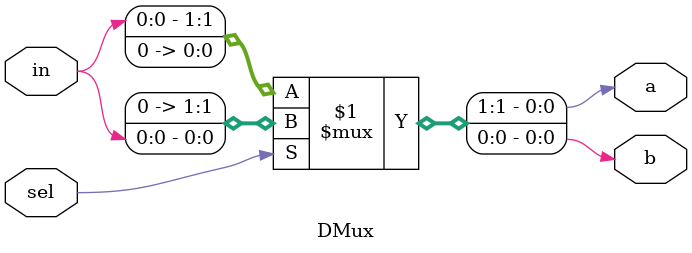
<source format=v>
module DMux(
  input in, sel,
  output a, b);
  assign {a, b} = sel ? {1'b0, in} : {in, 1'b0};
endmodule
</source>
